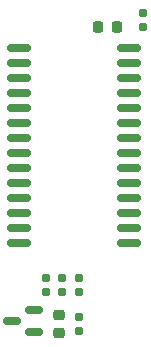
<source format=gbr>
%TF.GenerationSoftware,KiCad,Pcbnew,(6.0.9)*%
%TF.CreationDate,2022-11-12T15:20:29-05:00*%
%TF.ProjectId,6116_FRAM_MOD,36313136-5f46-4524-914d-5f4d4f442e6b,rev?*%
%TF.SameCoordinates,Original*%
%TF.FileFunction,Paste,Top*%
%TF.FilePolarity,Positive*%
%FSLAX46Y46*%
G04 Gerber Fmt 4.6, Leading zero omitted, Abs format (unit mm)*
G04 Created by KiCad (PCBNEW (6.0.9)) date 2022-11-12 15:20:29*
%MOMM*%
%LPD*%
G01*
G04 APERTURE LIST*
G04 Aperture macros list*
%AMRoundRect*
0 Rectangle with rounded corners*
0 $1 Rounding radius*
0 $2 $3 $4 $5 $6 $7 $8 $9 X,Y pos of 4 corners*
0 Add a 4 corners polygon primitive as box body*
4,1,4,$2,$3,$4,$5,$6,$7,$8,$9,$2,$3,0*
0 Add four circle primitives for the rounded corners*
1,1,$1+$1,$2,$3*
1,1,$1+$1,$4,$5*
1,1,$1+$1,$6,$7*
1,1,$1+$1,$8,$9*
0 Add four rect primitives between the rounded corners*
20,1,$1+$1,$2,$3,$4,$5,0*
20,1,$1+$1,$4,$5,$6,$7,0*
20,1,$1+$1,$6,$7,$8,$9,0*
20,1,$1+$1,$8,$9,$2,$3,0*%
G04 Aperture macros list end*
%ADD10RoundRect,0.150000X-0.875000X-0.150000X0.875000X-0.150000X0.875000X0.150000X-0.875000X0.150000X0*%
%ADD11RoundRect,0.160000X-0.160000X0.197500X-0.160000X-0.197500X0.160000X-0.197500X0.160000X0.197500X0*%
%ADD12RoundRect,0.160000X0.160000X-0.197500X0.160000X0.197500X-0.160000X0.197500X-0.160000X-0.197500X0*%
%ADD13RoundRect,0.150000X0.587500X0.150000X-0.587500X0.150000X-0.587500X-0.150000X0.587500X-0.150000X0*%
%ADD14RoundRect,0.225000X0.225000X0.250000X-0.225000X0.250000X-0.225000X-0.250000X0.225000X-0.250000X0*%
%ADD15RoundRect,0.225000X0.250000X-0.225000X0.250000X0.225000X-0.250000X0.225000X-0.250000X-0.225000X0*%
G04 APERTURE END LIST*
D10*
%TO.C,U2*%
X114730000Y-62230000D03*
X114730000Y-63500000D03*
X114730000Y-64770000D03*
X114730000Y-66040000D03*
X114730000Y-67310000D03*
X114730000Y-68580000D03*
X114730000Y-69850000D03*
X114730000Y-71120000D03*
X114730000Y-72390000D03*
X114730000Y-73660000D03*
X114730000Y-74930000D03*
X114730000Y-76200000D03*
X114730000Y-77470000D03*
X114730000Y-78740000D03*
X124030000Y-78740000D03*
X124030000Y-77470000D03*
X124030000Y-76200000D03*
X124030000Y-74930000D03*
X124030000Y-73660000D03*
X124030000Y-72390000D03*
X124030000Y-71120000D03*
X124030000Y-69850000D03*
X124030000Y-68580000D03*
X124030000Y-67310000D03*
X124030000Y-66040000D03*
X124030000Y-64770000D03*
X124030000Y-63500000D03*
X124030000Y-62230000D03*
%TD*%
D11*
%TO.C,R1*%
X125222000Y-59219500D03*
X125222000Y-60414500D03*
%TD*%
D12*
%TO.C,R2*%
X119808866Y-86195500D03*
X119808866Y-85000500D03*
%TD*%
%TO.C,R3*%
X119808866Y-82893500D03*
X119808866Y-81698500D03*
%TD*%
D13*
%TO.C,U1*%
X115999500Y-86294000D03*
X115999500Y-84394000D03*
X114124500Y-85344000D03*
%TD*%
D12*
%TO.C,R4*%
X118364000Y-82893500D03*
X118364000Y-81698500D03*
%TD*%
D14*
%TO.C,C3*%
X122949000Y-60452000D03*
X121399000Y-60452000D03*
%TD*%
D12*
%TO.C,R6*%
X116967000Y-82893500D03*
X116967000Y-81698500D03*
%TD*%
D15*
%TO.C,C4*%
X118110000Y-86373000D03*
X118110000Y-84823000D03*
%TD*%
M02*

</source>
